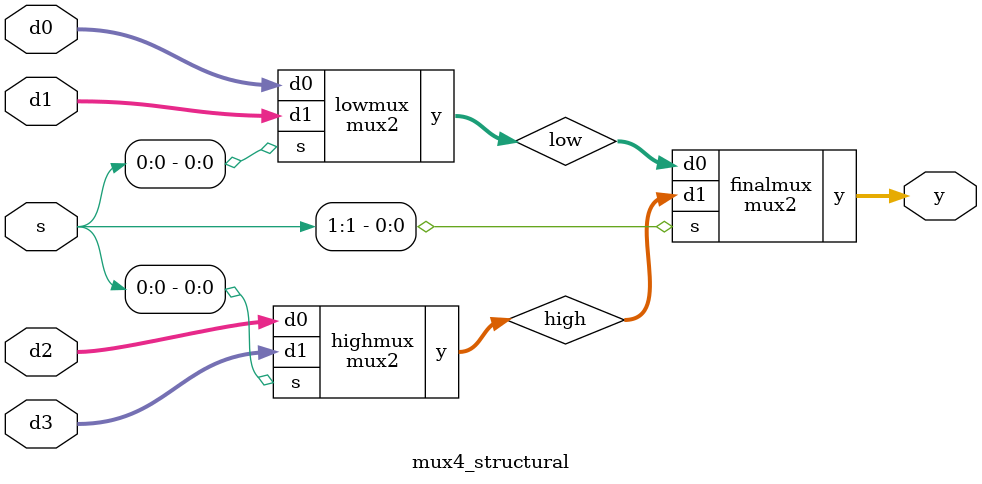
<source format=sv>

module mux2(
  input  logic [3:0] d0, d1,
  input  logic       s,
  output logic [3:0] y
);

  assign y = s ? d1 : d0;

  // ?: is especially useful for describing a multiplexer because, based on
  // the first input, it selects between two others
  //
  // It's also called a **ternary operator** because it takes three inputs

endmodule

module mux4_structural(
  input  logic [3:0] d0, d1, d2, d3,
  input  logic [1:0] s,
  output logic [3:0] y
);

  logic [3:0] low, high;
  mux2 lowmux(d0, d1, s[0], low);
  mux2 highmux(d2, d3, s[0], high);
  mux2 finalmux(low, high, s[1], y);

endmodule

</source>
